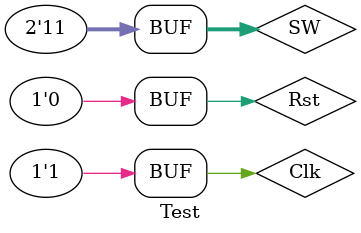
<source format=v>
`timescale 1ns / 1ps


module Test;

	// Inputs
	reg Rst;
	reg Clk;
	reg [1:0] SW;

	// Outputs
	wire [7:0] LED;

	// Instantiate the Unit Under Test (UUT)
	Ex7 uut (
		.Rst(Rst), 
		.Clk(Clk), 
		.SW(SW), 
		.LED(LED)
	);

	initial begin
		// Initialize Inputs
		Rst = 0;
		Clk = 0;
		SW = 0;

		// Wait 100 ns for global reset to finish
		#100;
      Rst = 1;
		#100;
		Rst = 0;
		#100;
		Clk = 0;
		#100;
		Clk = 1;
		#100;
		Clk = 0;
		#100;
		Clk = 1;
		#100;
		SW = 2'b00;
		#100;
		SW = 2'b01;
		#100;
		SW = 2'b10;
		#100;
		SW = 2'b11;
		#100;
		SW = 2'b00;
		Clk = 0;
		#100;
		Clk = 1;
		#100;
		SW = 2'b01;
		#100;
		SW = 2'b10;
		#100;
		SW = 2'b11;
		// Add stimulus here

	end
      
endmodule


</source>
